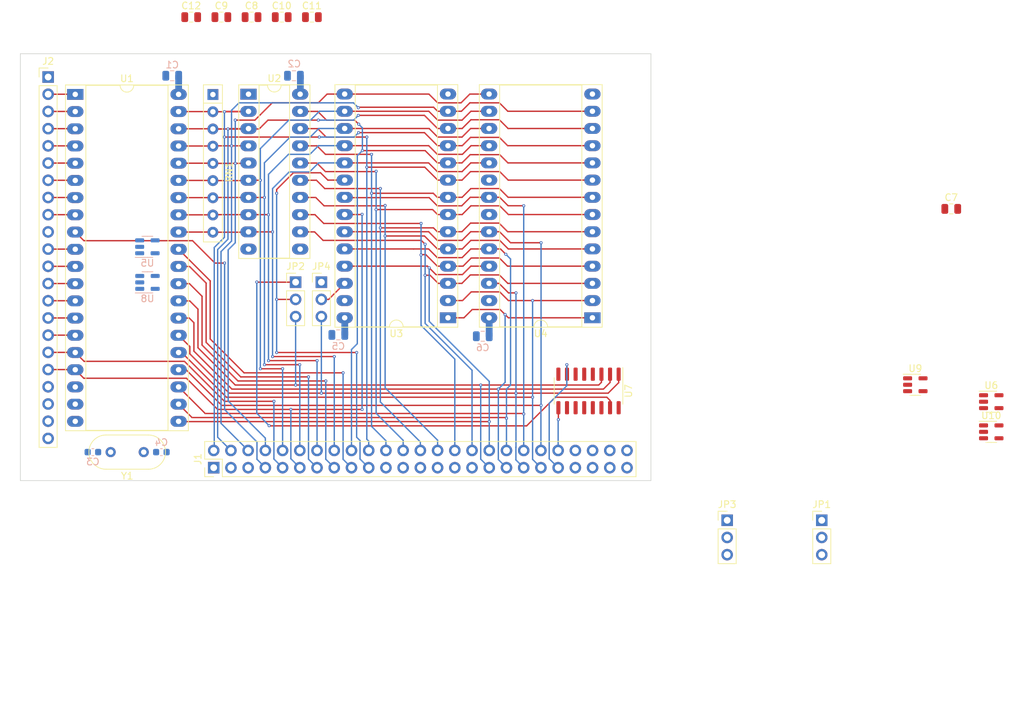
<source format=kicad_pcb>
(kicad_pcb (version 20221018) (generator pcbnew)
  (layers (0 "F.Cu" signal) (1 "In1.Cu" signal) (2 "In2.Cu" signal) (31 "B.Cu" signal) (34 "B.Paste" user) (35 "F.Paste" user) (36 "B.SilkS" user "B.Silkscreen") (37 "F.SilkS" user "F.Silkscreen") (38 "B.Mask" user) (39 "F.Mask" user) (44 "Edge.Cuts" user))
  (net 0 "")
  (net 1 "Net-(U1-XTAL1)")
  (net 2 "Net-(U1-XTAL2)")
  (net 3 "/P1.0")
  (net 4 "/P1.1")
  (net 5 "/P1.2{slash}PWM")
  (net 6 "/P1.3{slash}~{ALEDIS}")
  (net 7 "/P1.4{slash}~{PMGPULSE}")
  (net 8 "/P1.5{slash}~{PGMEN}")
  (net 9 "/P1.6{slash}~{DMA_ACK}")
  (net 10 "/P1.7{slash}~{LTP}")
  (net 11 "/RESET")
  (net 12 "/P3.0{slash}RXD")
  (net 13 "/P3.1{slash}TXD")
  (net 14 "/P3.2{slash}~{INT0}")
  (net 15 "/P3.3{slash}~{INT1}")
  (net 16 "/P3.4{slash}T0")
  (net 17 "/P3.5{slash}T1")
  (net 18 "/~{WR}")
  (net 19 "/~{RD}")
  (net 20 "/A8")
  (net 21 "/A9")
  (net 22 "/A10")
  (net 23 "/A11")
  (net 24 "/A12")
  (net 25 "/A13")
  (net 26 "/A14")
  (net 27 "/A15")
  (net 28 "/~{PSEN}")
  (net 29 "/ALE")
  (net 30 "/~{EA}")
  (net 31 "/A0")
  (net 32 "/A1")
  (net 33 "/A2")
  (net 34 "/A3")
  (net 35 "/A4")
  (net 36 "/A5")
  (net 37 "/A6")
  (net 38 "/A7")
  (net 39 "/~{LD}")
  (net 40 "/~{RAM}")
  (net 41 "/D0")
  (net 42 "/D1")
  (net 43 "/D2")
  (net 44 "/D3")
  (net 45 "/D4")
  (net 46 "/D5")
  (net 47 "/D6")
  (net 48 "/D7")
  (net 49 "GND")
  (net 50 "+5V")
  (net 51 "/A13{slash}RAM")
  (net 52 "/~{NVRAM}")
  (net 53 "/RD_ANY")
  (net 54 "/~{WR_NVRAM}")
  (net 55 "Net-(JP1-B)")
  (net 56 "/0000H")
  (net 57 "/CS_EX_ROM")
  (net 58 "/8000H")
  (net 59 "/E000H")
  (net 60 "/C000H")
  (net 61 "/A000H")
  (net 62 "/6000H")
  (net 63 "/4000H")
  (net 64 "/2000H")
  (net 79 "/CLK_EXT")
  (footprint "Capacitor_SMD:C_0805_2012Metric" (layer "F.Cu") (at 91.55 43.6)
    (fp_text reference "C10")
    (fp_text value "C0805_100nF_16V_X7R")
  )
  (footprint "Package_DIP:DIP-20_W7.62mm_Socket_LongPads" (layer "F.Cu") (at 86.65 54.975)
    (fp_text reference "U2")
    (fp_text value "74LS573")
  )
  (footprint "Capacitor_SMD:C_0805_2012Metric" (layer "F.Cu") (at 96 43.6)
    (fp_text reference "C11")
    (fp_text value "C0805_100nF_16V_X7R")
  )
  (footprint "Connector_PinHeader_2.54mm:PinHeader_1x03_P2.54mm_Vertical" (layer "F.Cu") (at 93.6 82.72)
    (fp_text reference "JP2")
    (fp_text value "Jumper_3_Open")
  )
  (footprint "Package_DIP:DIP-40_W15.24mm_Socket_LongPads" (layer "F.Cu") (at 61.1 55)
    (fp_text reference "U1")
    (fp_text value "AT89C52")
  )
  (footprint "Capacitor_SMD:C_0805_2012Metric" (layer "F.Cu") (at 190.3 71.9)
    (fp_text reference "C7")
    (fp_text value "C0805_100nF_16V_X7R")
  )
  (footprint "Connector_PinHeader_2.54mm:PinHeader_1x03_P2.54mm_Vertical" (layer "F.Cu") (at 97.4 82.72)
    (fp_text reference "JP4")
    (fp_text value "Jumper_3_Open")
  )
  (footprint "Package_TO_SOT_SMD:SOT-23-5" (layer "F.Cu") (at 196.2 100.36)
    (fp_text reference "U6")
    (fp_text value "74AHCT1G32")
  )
  (footprint "Package_DIP:DIP-28_W15.24mm_Socket_LongPads" (layer "F.Cu") (at 137.375 87.975 180)
    (fp_text reference "U4")
    (fp_text value "DS1230AB-100+")
  )
  (footprint "Package_TO_SOT_SMD:SOT-23-5" (layer "F.Cu") (at 196.2 104.81)
    (fp_text reference "U10")
    (fp_text value "74AHCT1G32")
  )
  (footprint "Capacitor_SMD:C_0805_2012Metric" (layer "F.Cu") (at 87.1 43.6)
    (fp_text reference "C8")
    (fp_text value "C0805_100nF_16V_X7R")
  )
  (footprint "Capacitor_SMD:C_0805_2012Metric" (layer "F.Cu") (at 78.2 43.6)
    (fp_text reference "C12")
    (fp_text value "C0805_100nF_16V_X7R")
  )
  (footprint "Package_SO:SOIC-16_3.9x9.9mm_P1.27mm" (layer "F.Cu") (at 136.8 98.775 -90)
    (fp_text reference "U7")
    (fp_text value "74LS138")
  )
  (footprint "Package_TO_SOT_SMD:SOT-23-5" (layer "F.Cu") (at 185 97.86)
    (fp_text reference "U9")
    (fp_text value "74AHCT1G00")
  )
  (footprint "Connector_PinHeader_2.54mm:PinHeader_1x22_P2.54mm_Vertical" (layer "F.Cu") (at 57.1 52.44)
    (fp_text reference "J2")
    (fp_text value "Conn_01x22_Pin")
  )
  (footprint "Capacitor_SMD:C_0805_2012Metric" (layer "F.Cu") (at 82.65 43.6)
    (fp_text reference "C9")
    (fp_text value "C0805_100nF_16V_X7R")
  )
  (footprint "Connector_PinHeader_2.54mm:PinHeader_2x25_P2.54mm_Vertical" (layer "F.Cu") (at 81.52 110.1 90)
    (fp_text reference "J1")
    (fp_text value "Conn_02x25_Odd_Even")
  )
  (footprint "Connector_PinHeader_2.54mm:PinHeader_1x03_P2.54mm_Vertical" (layer "F.Cu") (at 171.2 117.86)
    (fp_text reference "JP1")
    (fp_text value "Jumper_3_Open")
  )
  (footprint "Resistor_THT:R_Array_SIP9" (layer "F.Cu") (at 81.4 55.025 -90)
    (fp_text reference "RN1")
    (fp_text value "R_Network08")
  )
  (footprint "Package_DIP:DIP-28_W15.24mm_Socket_LongPads" (layer "F.Cu") (at 116.075 87.975 180)
    (fp_text reference "U3")
    (fp_text value "62256")
  )
  (footprint "Connector_PinHeader_2.54mm:PinHeader_1x03_P2.54mm_Vertical" (layer "F.Cu") (at 157.25 117.86)
    (fp_text reference "JP3")
    (fp_text value "Jumper_3_Open")
  )
  (footprint "Crystal:Crystal_HC49-U_Vertical" (layer "F.Cu") (at 71.2 107.8 180)
    (fp_text reference "Y1")
    (fp_text value "Crystal")
  )
  (footprint "Capacitor_SMD:C_0603_1608Metric" (layer "B.Cu") (at 63.7 107.8)
    (fp_text reference "C3")
    (fp_text value "C0603_22pF_50V_X7R")
  )
  (footprint "Capacitor_SMD:C_0805_2012Metric" (layer "B.Cu") (at 121.2 90.7)
    (fp_text reference "C6")
    (fp_text value "C0805_100nF_16V_X7R" hide)
  )
  (footprint "Package_TO_SOT_SMD:SOT-23-5" (layer "B.Cu") (at 71.75 82.75)
    (fp_text reference "U8")
    (fp_text value "74AHCT1G00")
  )
  (footprint "Package_TO_SOT_SMD:SOT-23-5" (layer "B.Cu") (at 71.7375 77.5)
    (fp_text reference "U5")
    (fp_text value "74AHCT1G00")
  )
  (footprint "Capacitor_SMD:C_0603_1608Metric" (layer "B.Cu") (at 73.8 107.8 180)
    (fp_text reference "C4")
    (fp_text value "C0603_22pF_50V_X7R")
  )
  (footprint "Capacitor_SMD:C_0805_2012Metric" (layer "B.Cu") (at 93.35 52.25)
    (fp_text reference "C2")
    (fp_text value "C0805_100nF_16V_X7R" hide)
  )
  (footprint "Capacitor_SMD:C_0805_2012Metric" (layer "B.Cu") (at 75.4 52.25)
    (fp_text reference "C1")
    (fp_text value "C0805_100nF_16V_X7R")
  )
  (footprint "Capacitor_SMD:C_0805_2012Metric" (layer "B.Cu") (at 99.9 90.5)
    (fp_text reference "C5")
    (fp_text value "C0805_100nF_16V_X7R" hide)
  )
  (gr_line (start 146 49) (end 146 112) (stroke (width 0.1)) (layer "Edge.Cuts"))
  (gr_line (start 53 112) (end 53 49) (stroke (width 0.1)) (layer "Edge.Cuts"))
  (gr_line (start 146 112) (end 53 112) (stroke (width 0.1)) (layer "Edge.Cuts"))
  (gr_line (start 53 49) (end 146 49) (stroke (width 0.1)) (layer "Edge.Cuts"))
  (segment (start 57.1 54.98) (end 61.08 54.98) (width 0.2) (layer "F.Cu") (net 3))
  (segment (start 61.08 54.98) (end 61.1 55) (width 0.2) (layer "F.Cu") (net 3))
  (segment (start 57.1 57.52) (end 61.08 57.52) (width 0.2) (layer "F.Cu") (net 4))
  (segment (start 61.08 57.52) (end 61.1 57.54) (width 0.2) (layer "F.Cu") (net 4))
  (segment (start 61.08 60.06) (end 61.1 60.08) (width 0.2) (layer "F.Cu") (net 5))
  (segment (start 57.1 60.06) (end 61.08 60.06) (width 0.2) (layer "F.Cu") (net 5))
  (segment (start 61.08 62.6) (end 61.1 62.62) (width 0.2) (layer "F.Cu") (net 6))
  (segment (start 57.1 62.6) (end 61.08 62.6) (width 0.2) (layer "F.Cu") (net 6))
  (segment (start 61.08 65.14) (end 61.1 65.16) (width 0.2) (layer "F.Cu") (net 7))
  (segment (start 57.1 65.14) (end 61.08 65.14) (width 0.2) (layer "F.Cu") (net 7))
  (segment (start 61.08 67.68) (end 61.1 67.7) (width 0.2) (layer "F.Cu") (net 8))
  (segment (start 57.1 67.68) (end 61.08 67.68) (width 0.2) (layer "F.Cu") (net 8))
  (segment (start 61.08 70.22) (end 61.1 70.24) (width 0.2) (layer "F.Cu") (net 9))
  (segment (start 57.1 70.22) (end 61.08 70.22) (width 0.2) (layer "F.Cu") (net 9))
  (segment (start 57.1 72.76) (end 61.08 72.76) (width 0.2) (layer "F.Cu") (net 10))
  (segment (start 61.08 72.76) (end 61.1 72.78) (width 0.2) (layer "F.Cu") (net 10))
  (segment (start 81.7 79.9) (end 78.4 76.6) (width 0.2) (layer "F.Cu") (net 11))
  (segment (start 83.125 79.9) (end 81.7 79.9) (width 0.2) (layer "F.Cu") (net 11))
  (segment (start 62.38 76.6) (end 61.1 75.32) (width 0.2) (layer "F.Cu") (net 11))
  (segment (start 78.4 76.6) (end 62.38 76.6) (width 0.2) (layer "F.Cu") (net 11))
  (via (at 83.125 79.9) (size 0.45) (drill 0.2) (layers "F.Cu" "B.Cu") (net 11))
  (segment (start 83.125 101.525) (end 87.9 106.3) (width 0.2) (layer "B.Cu") (net 11))
  (segment (start 87.9 108.86) (end 89.14 110.1) (width 0.2) (layer "B.Cu") (net 11))
  (segment (start 83.125 79.9) (end 83.125 101.525) (width 0.2) (layer "B.Cu") (net 11))
  (segment (start 87.9 106.3) (end 87.9 108.86) (width 0.2) (layer "B.Cu") (net 11))
  (segment (start 57.1 77.84) (end 61.08 77.84) (width 0.2) (layer "F.Cu") (net 12))
  (segment (start 61.08 77.84) (end 61.1 77.86) (width 0.2) (layer "F.Cu") (net 12))
  (segment (start 57.1 80.38) (end 61.08 80.38) (width 0.2) (layer "F.Cu") (net 13))
  (segment (start 61.08 80.38) (end 61.1 80.4) (width 0.2) (layer "F.Cu") (net 13))
  (segment (start 61.08 82.92) (end 61.1 82.94) (width 0.2) (layer "F.Cu") (net 14))
  (segment (start 57.1 82.92) (end 61.08 82.92) (width 0.2) (layer "F.Cu") (net 14))
  (segment (start 61.08 85.46) (end 61.1 85.48) (width 0.2) (layer "F.Cu") (net 15))
  (segment (start 57.1 85.46) (end 61.08 85.46) (width 0.2) (layer "F.Cu") (net 15))
  (segment (start 61.08 88) (end 61.1 88.02) (width 0.2) (layer "F.Cu") (net 16))
  (segment (start 57.1 88) (end 61.08 88) (width 0.2) (layer "F.Cu") (net 16))
  (segment (start 61.08 90.54) (end 61.1 90.56) (width 0.2) (layer "F.Cu") (net 17))
  (segment (start 57.1 90.54) (end 61.08 90.54) (width 0.2) (layer "F.Cu") (net 17))
  (segment (start 77.2 94.4) (end 62.4 94.4) (width 0.2) (layer "F.Cu") (net 18))
  (segment (start 83.1 100.3) (end 77.2 94.4) (width 0.2) (layer "F.Cu") (net 18))
  (segment (start 90.4 100.3) (end 83.1 100.3) (width 0.2) (layer "F.Cu") (net 18))
  (segment (start 57.1 93.08) (end 61.08 93.08) (width 0.2) (layer "F.Cu") (net 18))
  (segment (start 62.4 94.4) (end 61.1 93.1) (width 0.2) (layer "F.Cu") (net 18))
  (segment (start 61.08 93.08) (end 61.1 93.1) (width 0.2) (layer "F.Cu") (net 18))
  (via (at 90.4 100.3) (size 0.45) (drill 0.2) (layers "F.Cu" "B.Cu") (net 18))
  (segment (start 90.4 108.82) (end 91.68 110.1) (width 0.2) (layer "B.Cu") (net 18))
  (segment (start 90.4 100.3) (end 90.4 108.82) (width 0.2) (layer "B.Cu") (net 18))
  (segment (start 103.4 72.7) (end 103.365 72.735) (width 0.2) (layer "F.Cu") (net 19))
  (segment (start 57.1 95.62) (end 61.08 95.62) (width 0.2) (layer "F.Cu") (net 19))
  (segment (start 103.365 72.735) (end 100.835 72.735) (width 0.2) (layer "F.Cu") (net 19))
  (segment (start 92.9 101.5) (end 82.1 101.5) (width 0.2) (layer "F.Cu") (net 19))
  (segment (start 77.5 96.9) (end 62.36 96.9) (width 0.2) (layer "F.Cu") (net 19))
  (segment (start 62.36 96.9) (end 61.1 95.64) (width 0.2) (layer "F.Cu") (net 19))
  (segment (start 103.4 101.5) (end 92.9 101.5) (width 0.2) (layer "F.Cu") (net 19))
  (segment (start 82.1 101.5) (end 77.5 96.9) (width 0.2) (layer "F.Cu") (net 19))
  (segment (start 61.08 95.62) (end 61.1 95.64) (width 0.2) (layer "F.Cu") (net 19))
  (via (at 92.9 101.5) (size 0.45) (drill 0.2) (layers "F.Cu" "B.Cu") (net 19))
  (via (at 103.4 72.7) (size 0.45) (drill 0.2) (layers "F.Cu" "B.Cu") (net 19))
  (via (at 103.4 101.5) (size 0.45) (drill 0.2) (layers "F.Cu" "B.Cu") (net 19))
  (segment (start 92.9 101.5) (end 92.9 108.78) (width 0.2) (layer "B.Cu") (net 19))
  (segment (start 92.9 108.78) (end 94.22 110.1) (width 0.2) (layer "B.Cu") (net 19))
  (segment (start 103.4 101.5) (end 103.4 72.7) (width 0.2) (layer "B.Cu") (net 19))
  (segment (start 119.445 80.355) (end 122.135 80.355) (width 0.2) (layer "F.Cu") (net 20))
  (segment (start 105.955 80.355) (end 100.835 80.355) (width 0.2) (layer "F.Cu") (net 20))
  (segment (start 76.38 103.3) (end 76.34 103.26) (width 0.2) (layer "F.Cu") (net 20))
  (segment (start 118.2 81.6) (end 119.445 80.355) (width 0.2) (layer "F.Cu") (net 20))
  (segment (start 114.3 81.6) (end 118.2 81.6) (width 0.2) (layer "F.Cu") (net 20))
  (segment (start 113.3 80.6) (end 114.3 81.6) (width 0.2) (layer "F.Cu") (net 20))
  (segment (start 113.3 80.6) (end 113.05 80.35) (width 0.2) (layer "F.Cu") (net 20))
  (segment (start 113.05 80.35) (end 105.96 80.35) (width 0.2) (layer "F.Cu") (net 20))
  (segment (start 122.16 103.3) (end 76.38 103.3) (width 0.2) (layer "F.Cu") (net 20))
  (segment (start 105.96 80.35) (end 105.955 80.355) (width 0.2) (layer "F.Cu") (net 20))
  (via (at 122.16 103.3) (size 0.45) (drill 0.2) (layers "F.Cu" "B.Cu") (net 20))
  (via (at 113.3 80.6) (size 0.45) (drill 0.2) (layers "F.Cu" "B.Cu") (net 20))
  (segment (start 113.3 80.6) (end 113.3 88.5) (width 0.2) (layer "B.Cu") (net 20))
  (segment (start 122.16 97.36) (end 122.16 103.3) (width 0.2) (layer "B.Cu") (net 20))
  (segment (start 122.16 103.3) (end 122.16 107.56) (width 0.2) (layer "B.Cu") (net 20))
  (segment (start 113.3 88.5) (end 122.16 97.36) (width 0.2) (layer "B.Cu") (net 20))
  (segment (start 78.32 102.7) (end 76.34 100.72) (width 0.2) (layer "F.Cu") (net 21))
  (segment (start 124.6 78.6) (end 123.815 77.815) (width 0.2) (layer "F.Cu") (net 21))
  (segment (start 114.5 79.1) (end 118.15 79.1) (width 0.2) (layer "F.Cu") (net 21))
  (segment (start 119.435 77.815) (end 122.135 77.815) (width 0.2) (layer "F.Cu") (net 21))
  (segment (start 118.15 79.1) (end 119.435 77.815) (width 0.2) (layer "F.Cu") (net 21))
  (segment (start 111 77.815) (end 113.215 77.815) (width 0.2) (layer "F.Cu") (net 21))
  (segment (start 113.215 77.815) (end 114.5 79.1) (width 0.2) (layer "F.Cu") (net 21))
  (segment (start 124.7 102.8) (end 124.6 102.7) (width 0.2) (layer "F.Cu") (net 21))
  (segment (start 124.6 102.7) (end 78.32 102.7) (width 0.2) (layer "F.Cu") (net 21))
  (segment (start 100.835 77.815) (end 111 77.815) (width 0.2) (layer "F.Cu") (net 21))
  (segment (start 123.815 77.815) (end 122.135 77.815) (width 0.2) (layer "F.Cu") (net 21))
  (via (at 124.7 102.8) (size 0.45) (drill 0.2) (layers "F.Cu" "B.Cu") (net 21))
  (via (at 124.6 78.6) (size 0.45) (drill 0.2) (layers "F.Cu" "B.Cu") (net 21))
  (segment (start 124.6 78.6) (end 125.3 79.3) (width 0.2) (layer "B.Cu") (net 21))
  (segment (start 124.7 102.8) (end 124.7 107.56) (width 0.2) (layer "B.Cu") (net 21))
  (segment (start 124.7 98.5) (end 124.7 102.8) (width 0.2) (layer "B.Cu") (net 21))
  (segment (start 125.3 79.3) (end 125.3 97.9) (width 0.2) (layer "B.Cu") (net 21))
  (segment (start 125.3 97.9) (end 124.7 98.5) (width 0.2) (layer "B.Cu") (net 21))
  (segment (start 100.885 70.245) (end 113.295 70.245) (width 0.2) (layer "F.Cu") (net 22))
  (segment (start 127.24 102.16) (end 127.18 102.1) (width 0.2) (layer "F.Cu") (net 22))
  (segment (start 124.94 71.44) (end 123.695 70.195) (width 0.2) (layer "F.Cu") (net 22))
  (segment (start 127.24 71.44) (end 124.94 71.44) (width 0.2) (layer "F.Cu") (net 22))
  (segment (start 123.695 70.195) (end 122.135 70.195) (width 0.2) (layer "F.Cu") (net 22))
  (segment (start 100.835 70.195) (end 100.885 70.245) (width 0.2) (layer "F.Cu") (net 22))
  (segment (start 118.1 71.45) (end 119.355 70.195) (width 0.2) (layer "F.Cu") (net 22))
  (segment (start 113.295 70.245) (end 114.5 71.45) (width 0.2) (layer "F.Cu") (net 22))
  (segment (start 114.5 71.45) (end 118.1 71.45) (width 0.2) (layer "F.Cu") (net 22))
  (segment (start 119.355 70.195) (end 122.135 70.195) (width 0.2) (layer "F.Cu") (net 22))
  (segment (start 80.26 102.1) (end 76.34 98.18) (width 0.2) (layer "F.Cu") (net 22))
  (segment (start 127.18 102.1) (end 80.26 102.1) (width 0.2) (layer "F.Cu") (net 22))
  (via (at 127.24 102.16) (size 0.45) (drill 0.2) (layers "F.Cu" "B.Cu") (net 22))
  (via (at 127.24 71.44) (size 0.45) (drill 0.2) (layers "F.Cu" "B.Cu") (net 22))
  (segment (start 127.24 102.16) (end 127.24 107.56) (width 0.2) (layer "B.Cu") (net 22))
  (segment (start 127.24 71.44) (end 127.24 102.16) (width 0.2) (layer "B.Cu") (net 22))
  (segment (start 100.835 75.275) (end 113.225 75.275) (width 0.2) (layer "F.Cu") (net 23))
  (segment (start 125.3 76.9) (end 123.675 75.275) (width 0.2) (layer "F.Cu") (net 23))
  (segment (start 119.425 75.275) (end 122.135 75.275) (width 0.2) (layer "F.Cu") (net 23))
  (segment (start 118.15 76.55) (end 119.425 75.275) (width 0.2) (layer "F.Cu") (net 23))
  (segment (start 123.675 75.275) (end 122.135 75.275) (width 0.2) (layer "F.Cu") (net 23))
  (segment (start 77.44 95.64) (end 76.34 95.64) (width 0.2) (layer "F.Cu") (net 23))
  (segment (start 82.7 100.9) (end 77.44 95.64) (width 0.2) (layer "F.Cu") (net 23))
  (segment (start 114.5 76.55) (end 118.15 76.55) (width 0.2) (layer "F.Cu") (net 23))
  (segment (start 129.8 100.9) (end 82.7 100.9) (width 0.2) (layer "F.Cu") (net 23))
  (segment (start 113.225 75.275) (end 114.5 76.55) (width 0.2) (layer "F.Cu") (net 23))
  (segment (start 129.8 76.9) (end 125.3 76.9) (width 0.2) (layer "F.Cu") (net 23))
  (via (at 129.8 76.9) (size 0.45) (drill 0.2) (layers "F.Cu" "B.Cu") (net 23))
  (via (at 129.8 100.9) (size 0.45) (drill 0.2) (layers "F.Cu" "B.Cu") (net 23))
  (segment (start 129.8 76.9) (end 129.8 100.9) (width 0.2) (layer "B.Cu") (net 23))
  (segment (start 129.8 100.9) (end 129.78 100.92) (width 0.2) (layer "B.Cu") (net 23))
  (segment (start 129.78 100.92) (end 129.78 107.56) (width 0.2) (layer "B.Cu") (net 23))
  (segment (start 116.075 85.435) (end 118.215 85.435) (width 0.2) (layer "F.Cu") (net 24))
  (segment (start 118.215 85.435) (end 119.5 84.15) (width 0.2) (layer "F.Cu") (net 24))
  (segment (start 123.7 84.15) (end 124.985 85.435) (width 0.2) (layer "F.Cu") (net 24))
  (segment (start 119.5 84.15) (end 123.7 84.15) (width 0.2) (layer "F.Cu") (net 24))
  (segment (start 124.985 85.435) (end 137.375 85.435) (width 0.2) (layer "F.Cu") (net 24))
  (segment (start 128.55 99.7) (end 83.4 99.7) (width 0.2) (layer "F.Cu") (net 24))
  (segment (start 76.8 93.1) (end 76.34 93.1) (width 0.2) (layer "F.Cu") (net 24))
  (segment (start 83.4 99.7) (end 76.8 93.1) (width 0.2) (layer "F.Cu") (net 24))
  (via (at 128.55 99.7) (size 0.45) (drill 0.2) (layers "F.Cu" "B.Cu") (net 24))
  (via (at 128.55 85.435) (size 0.45) (drill 0.2) (layers "F.Cu" "B.Cu") (net 24))
  (segment (start 128.55 99.7) (end 128.55 108.87) (width 0.2) (layer "B.Cu") (net 24))
  (segment (start 128.55 108.87) (end 129.78 110.1) (width 0.2) (layer "B.Cu") (net 24))
  (segment (start 128.55 85.435) (end 128.55 99.7) (width 0.2) (layer "B.Cu") (net 24))
  (segment (start 126.1 99.1) (end 97.4 99.1) (width 0.2) (layer "F.Cu") (net 25))
  (segment (start 139.7 99.1) (end 141.245 97.555) (width 0.2) (layer "F.Cu") (net 25))
  (segment (start 141.245 97.555) (end 141.245 96.3) (width 0.2) (layer "F.Cu") (net 25))
  (segment (start 125 84.3) (end 123.595 82.895) (width 0.2) (layer "F.Cu") (net 25))
  (segment (start 126.1 84.3) (end 125 84.3) (width 0.2) (layer "F.Cu") (net 25))
  (segment (start 78 92.22) (end 76.34 90.56) (width 0.2) (layer "F.Cu") (net 25))
  (segment (start 78 93.3) (end 78 92.22) (width 0.2) (layer "F.Cu") (net 25))
  (segment (start 126.1 99.1) (end 139.7 99.1) (width 0.2) (layer "F.Cu") (net 25))
  (segment (start 97.4 99.1) (end 83.8 99.1) (width 0.2) (layer "F.Cu") (net 25))
  (segment (start 123.595 82.895) (end 122.135 82.895) (width 0.2) (layer "F.Cu") (net 25))
  (segment (start 83.8 99.1) (end 78 93.3) (width 0.2) (layer "F.Cu") (net 25))
  (via (at 126.1 84.3) (size 0.45) (drill 0.2) (layers "F.Cu" "B.Cu") (net 25))
  (via (at 97.4 99.1) (size 0.45) (drill 0.2) (layers "F.Cu" "B.Cu") (net 25))
  (via (at 126.1 99.1) (size 0.45) (drill 0.2) (layers "F.Cu" "B.Cu") (net 25))
  (segment (start 126.09 107.083654) (end 126.09 108.95) (width 0.2) (layer "B.Cu") (net 25))
  (segment (start 126.1 99.1) (end 126.1 107.073654) (width 0.2) (layer "B.Cu") (net 25))
  (segment (start 126.1 99.1) (end 126.1 84.3) (width 0.2) (layer "B.Cu") (net 25))
  (segment (start 126.09 108.95) (end 127.24 110.1) (width 0.2) (layer "B.Cu") (net 25))
  (segment (start 97.4 99.1) (end 97.4 87.8) (width 0.2) (layer "B.Cu") (net 25))
  (segment (start 126.1 107.073654) (end 126.09 107.083654) (width 0.2) (layer "B.Cu") (net 25))
  (segment (start 139.975 97.525) (end 139 98.5) (width 0.2) (layer "F.Cu") (net 26))
  (segment (start 123.5 98.5) (end 84.2 98.5) (width 0.2) (layer "F.Cu") (net 26))
  (segment (start 118.425 87.975) (end 119.65 86.75) (width 0.2) (layer "F.Cu") (net 26))
  (segment (start 124.975 87.975) (end 137.375 87.975) (width 0.2) (layer "F.Cu") (net 26))
  (segment (start 78.6 88.7) (end 77.92 88.02) (width 0.2) (layer "F.Cu") (net 26))
  (segment (start 139 98.5) (end 123.5 98.5) (width 0.2) (layer "F.Cu") (net 26))
  (segment (start 77.92 88.02) (end 76.34 88.02) (width 0.2) (layer "F.Cu") (net 26))
  (segment (start 78.6 92.9) (end 78.6 88.7) (width 0.2) (layer "F.Cu") (net 26))
  (segment (start 139.975 96.3) (end 139.975 97.525) (width 0.2) (layer "F.Cu") (net 26))
  (segment (start 123.75 86.75) (end 124.975 87.975) (width 0.2) (layer "F.Cu") (net 26))
  (segment (start 119.65 86.75) (end 123.75 86.75) (width 0.2) (layer "F.Cu") (net 26))
  (segment (start 116.075 87.975) (end 118.425 87.975) (width 0.2) (layer "F.Cu") (net 26))
  (segment (start 84.2 98.5) (end 78.6 92.9) (width 0.2) (layer "F.Cu") (net 26))
  (via (at 124.5 87.5) (size 0.45) (drill 0.2) (layers "F.Cu" "B.Cu") (net 26))
  (via (at 123.5 98.5) (size 0.45) (drill 0.2) (layers "F.Cu" "B.Cu") (net 26))
  (segment (start 124.5 97.5) (end 123.5 98.5) (width 0.2) (layer "B.Cu") (net 26))
  (segment (start 123.5 108.9) (end 124.7 110.1) (width 0.2) (layer "B.Cu") (net 26))
  (segment (start 124.5 87.5) (end 124.5 97.5) (width 0.2) (layer "B.Cu") (net 26))
  (segment (start 123.5 98.5) (end 123.5 108.9) (width 0.2) (layer "B.Cu") (net 26))
  (segment (start 138.3 97.9) (end 138.705 97.495) (width 0.2) (layer "F.Cu") (net 27))
  (segment (start 77.98 85.48) (end 76.34 85.48) (width 0.2) (layer "F.Cu") (net 27))
  (segment (start 138.705 97.495) (end 138.705 96.3) (width 0.2) (layer "F.Cu") (net 27))
  (segment (start 93.6 97.9) (end 84.7 97.9) (width 0.2) (layer "F.Cu") (net 27))
  (segment (start 120.9 97.9) (end 138.3 97.9) (width 0.2) (layer "F.Cu") (net 27))
  (segment (start 79.2 86.7) (end 77.98 85.48) (width 0.2) (layer "F.Cu") (net 27))
  (segment (start 84.7 97.9) (end 79.2 92.4) (width 0.2) (layer "F.Cu") (net 27))
  (segment (start 79.2 92.4) (end 79.2 86.7) (width 0.2) (layer "F.Cu") (net 27))
  (segment (start 120.9 97.9) (end 93.6 97.9) (width 0.2) (layer "F.Cu") (net 27))
  (via (at 93.6 97.9) (size 0.45) (drill 0.2) (layers "F.Cu" "B.Cu") (net 27))
  (via (at 120.9 97.9) (size 0.45) (drill 0.2) (layers "F.Cu" "B.Cu") (net 27))
  (segment (start 93.6 87.8) (end 93.6 97.9) (width 0.2) (layer "B.Cu") (net 27))
  (segment (start 120.9 108.84) (end 122.16 110.1) (width 0.2) (layer "B.Cu") (net 27))
  (segment (start 120.9 97.9) (end 120.9 108.84) (width 0.2) (layer "B.Cu") (net 27))
  (segment (start 79.8 92) (end 79.8 84.8) (width 0.2) (layer "F.Cu") (net 28))
  (segment (start 85.1 97.3) (end 79.8 92) (width 0.2) (layer "F.Cu") (net 28))
  (segment (start 79.8 84.8) (end 77.94 82.94) (width 0.2) (layer "F.Cu") (net 28))
  (segment (start 98.05 97.3) (end 85.1 97.3) (width 0.2) (layer "F.Cu") (net 28))
  (segment (start 77.94 82.94) (end 76.34 82.94) (width 0.2) (layer "F.Cu") (net 28))
  (via (at 98.05 97.3) (size 0.45) (drill 0.2) (layers "F.Cu" "B.Cu") (net 28))
  (segment (start 98.05 97.3) (end 98.05 108.85) (width 0.2) (layer "B.Cu") (net 28))
  (segment (start 98.05 108.85) (end 99.3 110.1) (width 0.2) (layer "B.Cu") (net 28))
  (segment (start 80.4 91.6) (end 80.4 82.85) (width 0.2) (layer "F.Cu") (net 29))
  (segment (start 85.5 96.7) (end 80.4 91.6) (width 0.2) (layer "F.Cu") (net 29))
  (segment (start 80.4 82.85) (end 77.95 80.4) (width 0.2) (layer "F.Cu") (net 29))
  (segment (start 95.5 96.7) (end 85.5 96.7) (width 0.2) (layer "F.Cu") (net 29))
  (segment (start 77.95 80.4) (end 76.34 80.4) (width 0.2) (layer "F.Cu") (net 29))
  (via (at 95.5 96.7) (size 0.45) (drill 0.2) (layers "F.Cu" "B.Cu") (net 29))
  (segment (start 95.5 96.7) (end 95.5 108.84) (width 0.2) (layer "B.Cu") (net 29))
  (segment (start 95.5 108.84) (end 96.76 110.1) (width 0.2) (layer "B.Cu") (net 29))
  (segment (start 81 91.1) (end 81 82.52) (width 0.2) (layer "F.Cu") (net 30))
  (segment (start 86 96.1) (end 81 91.1) (width 0.2) (layer "F.Cu") (net 30))
  (segment (start 100.6 96.1) (end 86 96.1) (width 0.2) (layer "F.Cu") (net 30))
  (segment (start 81 82.52) (end 76.34 77.86) (width 0.2) (layer "F.Cu") (net 30))
  (via (at 100.6 96.1) (size 0.45) (drill 0.2) (layers "F.Cu" "B.Cu") (net 30))
  (segment (start 100.6 108.86) (end 101.84 110.1) (width 0.2) (layer "B.Cu") (net 30))
  (segment (start 100.6 96.1) (end 100.6 108.86) (width 0.2) (layer "B.Cu") (net 30))
  (segment (start 116.075 65.115) (end 118.135 65.115) (width 0.2) (layer "F.Cu") (net 31))
  (segment (start 103.45 63.3) (end 112.7 63.3) (width 0.2) (layer "F.Cu") (net 31))
  (segment (start 102.9 59.4) (end 102.3 58.8) (width 0.2) (layer "F.Cu") (net 31))
  (segment (start 96.865 57.515) (end 94.27 57.515) (width 0.2) (layer "F.Cu") (net 31))
  (segment (start 123.7 63.9) (end 124.915 65.115) (width 0.2) (layer "F.Cu") (net 31))
  (segment (start 114.515 65.115) (end 116.075 65.115) (width 0.2) (layer "F.Cu") (net 31))
  (segment (start 98.15 58.8) (end 96.865 57.515) (width 0.2) (layer "F.Cu") (net 31))
  (segment (start 102.3 58.8) (end 98.15 58.8) (width 0.2) (layer "F.Cu") (net 31))
  (segment (start 118.135 65.115) (end 119.35 63.9) (width 0.2) (layer "F.Cu") (net 31))
  (segment (start 112.7 63.3) (end 114.515 65.115) (width 0.2) (layer "F.Cu") (net 31))
  (segment (start 119.35 63.9) (end 123.7 63.9) (width 0.2) (layer "F.Cu") (net 31))
  (segment (start 124.915 65.115) (end 137.375 65.115) (width 0.2) (layer "F.Cu") (net 31))
  (via (at 103.45 63.3) (size 0.45) (drill 0.2) (layers "F.Cu" "B.Cu") (net 31))
  (via (at 102.9 59.4) (size 0.45) (drill 0.2) (layers "F.Cu" "B.Cu") (net 31))
  (segment (start 101.84 92.66) (end 102.7 91.8) (width 0.2) (layer "B.Cu") (net 31))
  (segment (start 102.9 59.4) (end 103.45 59.95) (width 0.2) (layer "B.Cu") (net 31))
  (segment (start 102.7 91.8) (end 102.7 64.05) (width 0.2) (layer "B.Cu") (net 31))
  (segment (start 102.7 64.05) (end 103.45 63.3) (width 0.2) (layer "B.Cu") (net 31))
  (segment (start 101.84 107.56) (end 101.84 92.66) (width 0.2) (layer "B.Cu") (net 31))
  (segment (start 103.45 59.95) (end 103.45 63.3) (width 0.2) (layer "B.Cu") (net 31))
  (segment (start 119.4 66.4) (end 123.7 66.4) (width 0.2) (layer "F.Cu") (net 32))
  (segment (start 104.1 61.3) (end 98.1 61.3) (width 0.2) (layer "F.Cu") (net 32))
  (segment (start 116.075 67.655) (end 118.145 67.655) (width 0.2) (layer "F.Cu") (net 32))
  (segment (start 112.65 65.75) (end 114.555 67.655) (width 0.2) (layer "F.Cu") (net 32))
  (segment (start 104.1 65.75) (end 112.65 65.75) (width 0.2) (layer "F.Cu") (net 32))
  (segment (start 118.145 67.655) (end 119.4 66.4) (width 0.2) (layer "F.Cu") (net 32))
  (segment (start 123.7 66.4) (end 124.955 67.655) (width 0.2) (layer "F.Cu") (net 32))
  (segment (start 124.955 67.655) (end 137.375 67.655) (width 0.2) (layer "F.Cu") (net 32))
  (segment (start 98.1 61.3) (end 96.855 60.055) (width 0.2) (layer "F.Cu") (net 32))
  (segment (start 114.555 67.655) (end 116.075 67.655) (width 0.2) (layer "F.Cu") (net 32))
  (segment (start 96.855 60.055) (end 94.27 60.055) (width 0.2) (layer "F.Cu") (net 32))
  (via (at 104.1 65.75) (size 0.45) (drill 0.2) (layers "F.Cu" "B.Cu") (net 32))
  (via (at 104.1 61.3) (size 0.45) (drill 0.2) (layers "F.Cu" "B.Cu") (net 32))
  (segment (start 104.1 65.75) (end 104.1 105.9) (width 0.2) (layer "B.Cu") (net 32))
  (segment (start 104.1 61.3) (end 104.1 65.75) (width 0.2) (layer "B.Cu") (net 32))
  (segment (start 104.38 106.18) (end 104.38 107.56) (width 0.2) (layer "B.Cu") (net 32))
  (segment (start 104.1 105.9) (end 104.38 106.18) (width 0.2) (layer "B.Cu") (net 32))
  (segment (start 113.9 69.6) (end 114.495 70.195) (width 0.2) (layer "F.Cu") (net 33))
  (segment (start 96.745 62.595) (end 94.27 62.595) (width 0.2) (layer "F.Cu") (net 33))
  (segment (start 119.45 68.9) (end 123.65 68.9) (width 0.2) (layer "F.Cu") (net 33))
  (segment (start 114.495 70.195) (end 116.075 70.195) (width 0.2) (layer "F.Cu") (net 33))
  (segment (start 104.8 63.85) (end 98 63.85) (width 0.2) (layer "F.Cu") (net 33))
  (segment (start 118.155 70.195) (end 119.45 68.9) (width 0.2) (layer "F.Cu") (net 33))
  (segment (start 98 63.85) (end 96.745 62.595) (width 0.2) (layer "F.Cu") (net 33))
  (segment (start 123.65 68.9) (end 124.945 70.195) (width 0.2) (layer "F.Cu") (net 33))
  (segment (start 104.8 69.6) (end 113.9 69.6) (width 0.2) (layer "F.Cu") (net 33))
  (segment (start 116.075 70.195) (end 118.155 70.195) (width 0.2) (layer "F.Cu") (net 33))
  (segment (start 124.945 70.195) (end 137.375 70.195) (width 0.2) (layer "F.Cu") (net 33))
  (via (at 104.8 63.85) (size 0.45) (drill 0.2) (layers "F.Cu" "B.Cu") (net 33))
  (via (at 104.8 69.6) (size 0.45) (drill 0.2) (layers "F.Cu" "B.Cu") (net 33))
  (segment (start 104.8 104) (end 104.8 69.6) (width 0.2) (layer "B.Cu") (net 33))
  (segment (start 106.92 106.12) (end 104.8 104) (width 0.2) (layer "B.Cu") (net 33))
  (segment (start 106.92 107.56) (end 106.92 106.12) (width 0.2) (layer "B.Cu") (net 33))
  (segment (start 104.8 69.6) (end 104.8 63.85) (width 0.2) (layer "B.Cu") (net 33))
  (segment (start 118.165 72.735) (end 119.45 71.45) (width 0.2) (layer "F.Cu") (net 34))
  (segment (start 124.985 72.735) (end 137.375 72.735) (width 0.2) (layer "F.Cu") (net 34))
  (segment (start 116.075 72.735) (end 118.165 72.735) (width 0.2) (layer "F.Cu") (net 34))
  (segment (start 105.4745 72) (end 113.8 72) (width 0.2) (layer "F.Cu") (net 34))
  (segment (start 94.27 65.135) (end 96.735 65.135) (width 0.2) (layer "F.Cu") (net 34))
  (segment (start 113.8 72) (end 114.535 72.735) (width 0.2) (layer "F.Cu") (net 34))
  (segment (start 119.45 71.45) (end 123.7 71.45) (width 0.2) (layer "F.Cu") (net 34))
  (segment (start 98 66.4) (end 105.4245 66.4) (width 0.2) (layer "F.Cu") (net 34))
  (segment (start 105.4245 66.4) (end 105.4745 66.35) (width 0.2) (layer "F.Cu") (net 34))
  (segment (start 123.7 71.45) (end 124.985 72.735) (width 0.2) (layer "F.Cu") (net 34))
  (segment (start 96.735 65.135) (end 98 66.4) (width 0.2) (layer "F.Cu") (net 34))
  (segment (start 114.535 72.735) (end 116.075 72.735) (width 0.2) (layer "F.Cu") (net 34))
  (via (at 105.4745 66.35) (size 0.45) (drill 0.2) (layers "F.Cu" "B.Cu") (net 34))
  (via (at 105.4745 72) (size 0.45) (drill 0.2) (layers "F.Cu" "B.Cu") (net 34))
  (segment (start 105.4745 102.0745) (end 109.46 106.06) (width 0.2) (layer "B.Cu") (net 34))
  (segment (start 109.46 106.06) (end 109.46 107.56) (width 0.2) (layer "B.Cu") (net 34))
  (segment (start 105.4745 72) (end 105.4745 66.35) (width 0.2) (layer "B.Cu") (net 34))
  (segment (start 105.4745 72) (end 105.4745 102.0745) (width 0.2) (layer "B.Cu") (net 34))
  (segment (start 114.5 75.275) (end 113.925 74.7) (width 0.2) (layer "F.Cu") (net 35))
  (segment (start 119.4 74) (end 123.6 74) (width 0.2) (layer "F.Cu") (net 35))
  (segment (start 113.925 74.7) (end 106.1 74.7) (width 0.2) (layer "F.Cu") (net 35))
  (segment (start 94.27 67.675) (end 96.675 67.675) (width 0.2) (layer "F.Cu") (net 35))
  (segment (start 118.125 75.275) (end 119.4 74) (width 0.2) (layer "F.Cu") (net 35))
  (segment (start 116.075 75.275) (end 114.5 75.275) (width 0.2) (layer "F.Cu") (net 35))
  (segment (start 123.6 74) (end 124.875 75.275) (width 0.2) (layer "F.Cu") (net 35))
  (segment (start 97.9 68.9) (end 106.1 68.9) (width 0.2) (layer "F.Cu") (net 35))
  (segment (start 116.075 75.275) (end 118.125 75.275) (width 0.2) (layer "F.Cu") (net 35))
  (segment (start 96.675 67.675) (end 97.9 68.9) (width 0.2) (layer "F.Cu") (net 35))
  (segment (start 124.875 75.275) (end 137.375 75.275) (width 0.2) (layer "F.Cu") (net 35))
  (via (at 106.1 68.9) (size 0.45) (drill 0.2) (layers "F.Cu" "B.Cu") (net 35))
  (via (at 106.1 74.7) (size 0.45) (drill 0.2) (layers "F.Cu" "B.Cu") (net 35))
  (segment (start 106.1 100.4) (end 112 106.3) (width 0.2) (layer "B.Cu") (net 35))
  (segment (start 112 106.3) (end 112 107.56) (width 0.2) (layer "B.Cu") (net 35))
  (segment (start 106.1 68.9) (end 106.1 74.7) (width 0.2) (layer "B.Cu") (net 35))
  (segment (start 106.1 74.7) (end 106.1 100.4) (width 0.2) (layer "B.Cu") (net 35))
  (segment (start 123.7 76.55) (end 124.965 77.815) (width 0.2) (layer "F.Cu") (net 36))
  (segment (start 97.8 71.45) (end 96.565 70.215) (width 0.2) (layer "F.Cu") (net 36))
  (segment (start 112.6 75.9) (end 114.515 77.815) (width 0.2) (layer "F.Cu") (net 36))
  (segment (start 106.75 71.45) (end 97.8 71.45) (width 0.2) (layer "F.Cu") (net 36))
  (segment (start 114.515 77.815) (end 116.075 77.815) (width 0.2) (layer "F.Cu") (net 36))
  (segment (start 106.8 71.4) (end 106.75 71.45) (width 0.2) (layer "F.Cu") (net 36))
  (segment (start 116.075 77.815) (end 118.185 77.815) (width 0.2) (layer "F.Cu") (net 36))
  (segment (start 118.185 77.815) (end 119.45 76.55) (width 0.2) (layer "F.Cu") (net 36))
  (segment (start 106.8 75.9) (end 112.6 75.9) (width 0.2) (layer "F.Cu") (net 36))
  (segment (start 119.45 76.55) (end 123.7 76.55) (width 0.2) (layer "F.Cu") (net 36))
  (segment (start 124.965 77.815) (end 137.375 77.815) (width 0.2) (layer "F.Cu") (net 36))
  (segment (start 96.565 70.215) (end 94.27 70.215) (width 0.2) (layer "F.Cu") (net 36))
  (via (at 106.8 75.9) (size 0.45) (drill 0.2) (layers "F.Cu" "B.Cu") (net 36))
  (via (at 106.8 71.4) (size 0.45) (drill 0.2) (layers "F.Cu" "B.Cu") (net 36))
  (segment (start 106.8 71.4) (end 106.8 75.9) (width 0.2) (layer "B.Cu") (net 36))
  (segment (start 114.54 106.04) (end 114.54 107.56) (width 0.2) (layer "B.Cu") (net 36))
  (segment (start 106.8 98.3) (end 114.54 106.04) (width 0.2) (layer "B.Cu") (net 36))
  (segment (start 106.8 75.9) (end 106.8 98.3) (width 0.2) (layer "B.Cu") (net 36))
  (segment (start 116.075 80.355) (end 118.295 80.355) (width 0.2) (layer "F.Cu") (net 37))
  (segment (start 112.15 78.65) (end 112.8 78.65) (width 0.2) (layer "F.Cu") (net 37))
  (segment (start 112.1 78.7) (end 112.15 78.65) (width 0.2) (layer "F.Cu") (net 37))
  (segment (start 118.295 80.355) (end 119.5 79.15) (width 0.2) (layer "F.Cu") (net 37))
  (segment (start 119.5 79.15) (end 123.65 79.15) (width 0.2) (layer "F.Cu") (net 37))
  (segment (start 123.65 79.15) (end 124.855 80.355) (width 0.2) (layer "F.Cu") (net 37))
  (segment (start 96.455 72.755) (end 94.27 72.755) (width 0.2) (layer "F.Cu") (net 37))
  (segment (start 97.75 74.05) (end 96.455 72.755) (width 0.2) (layer "F.Cu") (net 37))
  (segment (start 124.855 80.355) (end 137.375 80.355) (width 0.2) (layer "F.Cu") (net 37))
  (segment (start 112.1 74.05) (end 97.75 74.05) (width 0.2) (layer "F.Cu") (net 37))
  (segment (start 112.8 78.65) (end 114.505 80.355) (width 0.2) (layer "F.Cu") (net 37))
  (segment (start 114.505 80.355) (end 116.075 80.355) (width 0.2) (layer "F.Cu") (net 37))
  (via (at 112.1 74.05) (size 0.45) (drill 0.2) (layers "F.Cu" "B.Cu") (net 37))
  (via (at 112.1 78.7) (size 0.45) (drill 0.2) (layers "F.Cu" "B.Cu") (net 37))
  (segment (start 112.1 78.7) (end 112.1 74.05) (width 0.2) (layer "B.Cu") (net 37))
  (segment (start 112.1 78.7) (end 112.1 89.1) (width 0.2) (layer "B.Cu") (net 37))
  (segment (start 117.08 94.08) (end 117.08 107.56) (width 0.2) (layer "B.Cu") (net 37))
  (segment (start 112.1 89.1) (end 117.08 94.08) (width 0.2) (layer "B.Cu") (net 37))
  (segment (start 124.895 82.895) (end 137.375 82.895) (width 0.2) (layer "F.Cu") (net 38))
  (segment (start 96.395 75.295) (end 94.27 75.295) (width 0.2) (layer "F.Cu") (net 38))
  (segment (start 112.129122 76.55) (end 97.65 76.55) (width 0.2) (layer "F.Cu") (net 38))
  (segment (start 112.7 77.120878) (end 112.129122 76.55) (width 0.2) (layer "F.Cu") (net 38))
  (segment (start 116.075 82.895) (end 118.13 82.895) (width 0.2) (layer "F.Cu") (net 38))
  (segment (start 113.4375 81.7) (end 114.6325 82.895) (width 0.2) (layer "F.Cu") (net 38))
  (segment (start 123.65 81.65) (end 124.895 82.895) (width 0.2) (layer "F.Cu") (net 38))
  (segment (start 97.65 76.55) (end 96.395 75.295) (width 0.2) (layer "F.Cu") (net 38))
  (segment (start 118.13 82.895) (end 119.375 81.65) (width 0.2) (layer "F.Cu") (net 38))
  (segment (start 119.375 81.65) (end 123.65 81.65) (width 0.2) (layer "F.Cu") (net 38))
  (segment (start 114.6325 82.895) (end 116.075 82.895) (width 0.2) (layer "F.Cu") (net 38))
  (segment (start 112.7 81.7) (end 113.4375 81.7) (width 0.2) (layer "F.Cu") (net 38))
  (via (at 112.7 81.7) (size 0.45) (drill 0.2) (layers "F.Cu" "B.Cu") (net 38))
  (via (at 112.7 77.120878) (size 0.45) (drill 0.2) (layers "F.Cu" "B.Cu") (net 38))
  (segment (start 119.62 95.72) (end 119.62 107.56) (width 0.2) (layer "B.Cu") (net 38))
  (segment (start 112.7 88.8) (end 119.62 95.72) (width 0.2) (layer "B.Cu") (net 38))
  (segment (start 112.7 77.120878) (end 112.7 81.7) (width 0.2) (layer "B.Cu") (net 38))
  (segment (start 112.7 81.7) (end 112.7 88.8) (width 0.2) (layer "B.Cu") (net 38))
  (segment (start 90.8 85.26) (end 93.6 85.26) (width 0.2) (layer "F.Cu") (net 40))
  (segment (start 90.8 69.6) (end 90.8 69.041756) (width 0.2) (layer "F.Cu") (net 40))
  (segment (start 97.275 66.575) (end 98.355 67.655) (width 0.2) (layer "F.Cu") (net 40))
  (segment (start 102.6 93.1) (end 90.8 93.1) (width 0.2) (layer "F.Cu") (net 40))
  (segment (start 98.355 67.655) (end 100.835 67.655) (width 0.2) (layer "F.Cu") (net 40))
  (segment (start 90.8 69.041756) (end 93.266756 66.575) (width 0.2) (layer "F.Cu") (net 40))
  (segment (start 93.266756 66.575) (end 97.275 66.575) (width 0.2) (layer "F.Cu") (net 40))
  (via (at 90.8 69.6) (size 0.45) (drill 0.2) (layers "F.Cu" "B.Cu") (net 40))
  (via (at 90.8 85.26) (size 0.45) (drill 0.2) (layers "F.Cu" "B.Cu") (net 40))
  (via (at 102.6 93.1) (size 0.45) (drill 0.2) (layers "F.Cu" "B.Cu") (net 40))
  (via (at 90.8 93.1) (size 0.45) (drill 0.2) (layers "F.Cu" "B.Cu") (net 40))
  (segment (start 104.38 110.1) (end 103.1 108.82) (width 0.2) (layer "B.Cu") (net 40))
  (segment (start 90.8 85.26) (end 90.8 69.6) (width 0.2) (layer "B.Cu") (net 40))
  (segment (start 103.1 106.1) (end 102.6 105.6) (width 0.2) (layer "B.Cu") (net 40))
  (segment (start 102.6 105.6) (end 102.6 93.1) (width 0.2) (layer "B.Cu") (net 40))
  (segment (start 90.8 85.26) (end 90.8 93.1) (width 0.2) (layer "B.Cu") (net 40))
  (segment (start 103.1 108.82) (end 103.1 106.1) (width 0.2) (layer "B.Cu") (net 40))
  (segment (start 114.525 62.575) (end 116.075 62.575) (width 0.2) (layer "F.Cu") (net 41))
  (segment (start 112.6 60.65) (end 114.525 62.575) (width 0.2) (layer "F.Cu") (net 41))
  (segment (start 123.65 61.35) (end 124.875 62.575) (width 0.2) (layer "F.Cu") (net 41))
  (segment (start 81.375 57.54) (end 81.4 57.565) (width 0.2) (layer "F.Cu") (net 41))
  (segment (start 102.8755 60.65) (end 112.6 60.65) (width 0.2) (layer "F.Cu") (net 41))
  (segment (start 118.175 62.575) (end 119.4 61.35) (width 0.2) (layer "F.Cu") (net 41))
  (segment (start 81.4 57.565) (end 86.6 57.565) (width 0.2) (layer "F.Cu") (net 41))
  (segment (start 116.075 62.575) (end 118.175 62.575) (width 0.2) (layer "F.Cu") (net 41))
  (segment (start 76.34 57.54) (end 81.375 57.54) (width 0.2) (layer "F.Cu") (net 41))
  (segment (start 86.6 57.565) (end 86.65 57.515) (width 0.2) (layer "F.Cu") (net 41))
  (segment (start 124.875 62.575) (end 137.375 62.575) (width 0.2) (layer "F.Cu") (net 41))
  (segment (start 83.1 57.565) (end 83.15 57.515) (width 0.2) (layer "F.Cu") (net 41))
  (segment (start 83.15 57.515) (end 86.65 57.515) (width 0.2) (layer "F.Cu") (net 41))
  (segment (start 119.4 61.35) (end 123.65 61.35) (width 0.2) (layer "F.Cu") (net 41))
  (segment (start 83.1 61.3) (end 97.1 61.3) (width 0.2) (layer "F.Cu") (net 41))
  (via (at 83.1 61.3) (size 0.45) (drill 0.2) (layers "F.Cu" "B.Cu") (net 41))
  (via (at 97.1 61.3) (size 0.45) (drill 0.2) (layers "F.Cu" "B.Cu") (net 41))
  (via (at 102.8755 60.65) (size 0.45) (drill 0.2) (layers "F.Cu" "B.Cu") (net 41))
  (via (at 83.1 57.565) (size 0.45) (drill 0.2) (layers "F.Cu" "B.Cu") (net 41))
  (segment (start 81.6 77.6) (end 83.1 76.1) (width 0.2) (layer "B.Cu") (net 41))
  (segment (start 83.1 76.1) (end 83.1 61.3) (width 0.2) (layer "B.Cu") (net 41))
  (segment (start 102.2255 61.3) (end 97.1 61.3) (width 0.2) (layer "B.Cu") (net 41))
  (segment (start 81.52 107.56) (end 81.6 107.48) (width 0.2) (layer "B.Cu") (net 41))
  (segment (start 81.6 107.48) (end 81.6 77.6) (width 0.2) (layer "B.Cu") (net 41))
  (segment (start 83.1 61.3) (end 83.1 57.565) (width 0.2) (layer "B.Cu") (net 41))
  (segment (start 102.8755 60.65) (end 102.2255 61.3) (width 0.2) (layer "B.Cu") (net 41))
  (segment (start 86.6 60.105) (end 86.65 60.055) (width 0.2) (layer "F.Cu") (net 42))
  (segment (start 89.525 58.8) (end 96.95 58.8) (width 0.2) (layer "F.Cu") (net 42))
  (segment (start 112.6 58.1) (end 114.535 60.035) (width 0.2) (layer "F.Cu") (net 42))
  (segment (start 83.6745 60.055) (end 86.65 60.055) (width 0.2) (layer "F.Cu") (net 42))
  (segment (start 76.34 60.08) (end 81.375 60.08) (width 0.2) (layer "F.Cu") (net 42))
  (segment (start 88.22 60.105) (end 89.525 58.8) (width 0.2) (layer "F.Cu") (net 42))
  (segment (start 124.935 60.035) (end 137.375 60.035) (width 0.2) (layer "F.Cu") (net 42))
  (segment (start 81.375 60.08) (end 81.4 60.105) (width 0.2) (layer "F.Cu") (net 42))
  (segment (start 114.535 60.035) (end 116.075 60.035) (width 0.2) (layer "F.Cu") (net 42))
  (segment (start 81.4 60.105) (end 86.6 60.105) (width 0.2) (layer "F.Cu") (net 42))
  (segment (start 83.6245 60.105) (end 88.22 60.105) (width 0.2) (layer "F.Cu") (net 42))
  (segment (start 102.85 58.1) (end 112.6 58.1) (width 0.2) (layer "F.Cu") (net 42))
  (segment (start 118.165 60.035) (end 119.45 58.75) (width 0.2) (layer "F.Cu") (net 42))
  (segment (start 83.6245 60.105) (end 83.6745 60.055) (width 0.2) (layer "F.Cu") (net 42))
  (segment (start 123.65 58.75) (end 124.935 60.035) (width 0.2) (layer "F.Cu") (net 42))
  (segment (start 81.4 60.105) (end 83.045 60.105) (width 0.2) (layer "F.Cu") (net 42))
  (segment (start 116.075 60.035) (end 118.165 60.035) (width 0.2) (layer "F.Cu") (net 42))
  (segment (start 119.45 58.75) (end 123.65 58.75) (width 0.2) (layer "F.Cu") (net 42))
  (via (at 102.85 58.1) (size 0.45) (drill 0.2) (layers "F.Cu" "B.Cu") (net 42))
  (via (at 96.95 58.8) (size 0.45) (drill 0.2) (layers "F.Cu" "B.Cu") (net 42))
  (via (at 83.6245 60.105) (size 0.45) (drill 0.2) (layers "F.Cu" "B.Cu") (net 42))
  (segment (start 82.1 105.6) (end 84.06 107.56) (width 0.2) (layer "B.Cu") (net 42))
  (segment (start 82.1 77.9) (end 82.1 105.6) (width 0.2) (layer "B.Cu") (net 42))
  (segment (start 102.85 58.1) (end 102.15 58.8) (width 0.2) (layer "B.Cu") (net 42))
  (segment (start 102.15 58.8) (end 96.95 58.8) (width 0.2) (layer "B.Cu") (net 42))
  (segment (start 83.6245 76.3755) (end 82.1 77.9) (width 0.2) (layer "B.Cu") (net 42))
  (segment (start 83.6245 60.105) (end 83.6245 76.3755) (width 0.2) (layer "B.Cu") (net 42))
  (segment (start 102.9205 56.9) (end 113.95 56.9) (width 0.2) (layer "F.Cu") (net 43))
  (segment (start 84.149 62.595) (end 81.45 62.595) (width 0.2) (layer "F.Cu") (net 43))
  (segment (start 118.055 57.495) (end 119.3 56.25) (width 0.2) (layer "F.Cu") (net 43))
  (segment (start 119.3 56.25) (end 123.65 56.25) (width 0.2) (layer "F.Cu") (net 43))
  (segment (start 76.34 62.62) (end 81.375 62.62) (width 0.2) (layer "F.Cu") (net 43))
  (segment (start 86.65 62.595) (end 84.149 62.595) (width 0.2) (layer "F.Cu") (net 43))
  (segment (start 114.545 57.495) (end 116.075 57.495) (width 0.2) (layer "F.Cu") (net 43))
  (segment (start 81.45 62.595) (end 81.4 62.645) (width 0.2) (layer "F.Cu") (net 43))
  (segment (start 102.85 56.9705) (end 102.9205 56.9) (width 0.2) (layer "F.Cu") (net 43))
  (segment (start 116.075 57.495) (end 118.055 57.495) (width 0.2) (layer "F.Cu") (net 43))
  (segment (start 124.895 57.495) (end 137.375 57.495) (width 0.2) (layer "F.Cu") (net 43))
  (segment (start 113.95 56.9) (end 114.545 57.495) (width 0.2) (layer "F.Cu") (net 43))
  (segment (start 123.65 56.25) (end 124.895 57.495) (width 0.2) (layer "F.Cu") (net 43))
  (segment (start 81.375 62.62) (end 81.4 62.645) (width 0.2) (layer "F.Cu") (net 43))
  (via (at 84.149 62.595) (size 0.45) (drill 0.2) (layers "F.Cu" "B.Cu") (net 43))
  (via (at 102.85 56.9705) (size 0.45) (drill 0.2) (layers "F.Cu" "B.Cu") (net 43))
  (segment (start 85.25 56.25) (end 84.151 57.349) (width 0.2) (layer "B.Cu") (net 43))
  (segment (start 84.149 57.349) (end 84.149 62.595) (width 0.2) (layer "B.Cu") (net 43))
  (segment (start 84.149 76.651) (end 84.149 62.595) (width 0.2) (layer "B.Cu") (net 43))
  (segment (start 82.6 78.2) (end 84.149 76.651) (width 0.2) (layer "B.Cu") (net 43))
  (segment (start 102.1295 56.25) (end 85.25 56.25) (width 0.2) (layer "B.Cu") (net 43))
  (segment (start 102.85 56.9705) (end 102.1295 56.25) (width 0.2) (layer "B.Cu") (net 43))
  (segment (start 86.6 107.56) (end 82.6 103.56) (width 0.2) (layer "B.Cu") (net 43))
  (segment (start 84.151 57.349) (end 84.149 57.349) (width 0.2) (layer "B.Cu") (net 43))
  (segment (start 82.6 103.56) (end 82.6 101.4) (width 0.2) (layer "B.Cu") (net 43))
  (segment (start 82.6 101.4) (end 82.6 78.2) (width 0.2) (layer "B.Cu") (net 43))
  (segment (start 87.6 58.8) (end 90.15 56.25) (width 0.2) (layer "F.Cu") (net 44))
  (segment (start 118 56.25) (end 119.295 54.955) (width 0.2) (layer "F.Cu") (net 44))
  (segment (start 90.15 56.25) (end 96.95 56.25) (width 0.2) (layer "F.Cu") (net 44))
  (segment (start 84.7 58.8) (end 87.6 58.8) (width 0.2) (layer "F.Cu") (net 44))
  (segment (start 114.55 56.25) (end 118 56.25) (width 0.2) (layer "F.Cu") (net 44))
  (segment (start 76.34 65.16) (end 81.375 65.16) (width 0.2) (layer "F.Cu") (net 44))
  (segment (start 96.95 56.25) (end 98.245 54.955) (width 0.2) (layer "F.Cu") (net 44))
  (segment (start 98.245 54.955) (end 100.835 54.955) (width 0.2) (layer "F.Cu") (net 44))
  (segment (start 81.4 65.185) (end 84.7 65.185) (width 0.2) (layer "F.Cu") (net 44))
  (segment (start 113.255 54.955) (end 114.55 56.25) (width 0.2) (layer "F.Cu") (net 44))
  (segment (start 86.6 65.185) (end 86.65 65.135) (width 0.2) (layer "F.Cu") (net 44))
  (segment (start 81.375 65.16) (end 81.4 65.185) (width 0.2) (layer "F.Cu") (net 44))
  (segment (start 84.7 65.185) (end 86.6 65.185) (width 0.2) (layer "F.Cu") (net 44))
  (segment (start 100.835 54.955) (end 113.255 54.955) (width 0.2) (layer "F.Cu") (net 44))
  (segment (start 119.295 54.955) (end 122.135 54.955) (width 0.2) (layer "F.Cu") (net 44))
  (via (at 84.7 65.185) (size 0.45) (drill 0.2) (layers "F.Cu" "B.Cu") (net 44))
  (via (at 84.7 58.8) (size 0.45) (drill 0.2) (layers "F.Cu" "B.Cu") (net 44))
  (segment (start 83.6495 100.2495) (end 83.6495 77.9505) (width 0.2) (layer "B.Cu") (net 44))
  (segment (start 84.7 76.9) (end 84.7 65.185) (width 0.2) (layer "B.Cu") (net 44))
  (segment (start 83.6495 77.9505) (end 84.7 76.9) (width 0.2) (layer "B.Cu") (net 44))
  (segment (start 89.14 107.56) (end 89.14 105.74) (width 0.2) (layer "B.Cu") (net 44))
  (segment (start 84.7 58.8) (end 84.7 65.185) (width 0.2) (layer "B.Cu") (net 44))
  (segment (start 89.14 105.74) (end 83.6495 100.2495) (width 0.2) (layer "B.Cu") (net 44))
  (segment (start 88.4 95.5) (end 91.68 95.5) (width 0.2) (layer "F.Cu") (net 45))
  (segment (start 81.4 67.725) (end 86.6 67.725) (width 0.2) (layer "F.Cu") (net 45))
  (segment (start 119.455 57.495) (end 122.135 57.495) (width 0.2) (layer "F.Cu") (net 45))
  (segment (start 114.55 58.8) (end 118.15 58.8) (width 0.2) (layer "F.Cu") (net 45))
  (segment (start 81.375 67.7) (end 81.4 67.725) (width 0.2) (layer "F.Cu") (net 45))
  (segment (start 118.15 58.8) (end 119.455 57.495) (width 0.2) (layer "F.Cu") (net 45))
  (segment (start 88.4 67.675) (end 86.65 67.675) (width 0.2) (layer "F.Cu") (net 45))
  (segment (start 113.245 57.495) (end 114.55 58.8) (width 0.2) (layer "F.Cu") (net 45))
  (segment (start 76.34 67.7) (end 81.375 67.7) (width 0.2) (layer "F.Cu") (net 45))
  (segment (start 86.6 67.725) (end 86.65 67.675) (width 0.2) (layer "F.Cu") (net 45))
  (segment (start 100.835 57.495) (end 113.245 57.495) (width 0.2) (layer "F.Cu") (net 45))
  (via (at 88.4 95.5) (size 0.45) (drill 0.2) (layers "F.Cu" "B.Cu") (net 45))
  (via (at 91.68 95.5) (size 0.45) (drill 0.2) (layers "F.Cu" "B.Cu") (net 45))
  (via (at 88.4 67.675) (size 0.45) (drill 0.2) (layers "F.Cu" "B.Cu") (net 45))
  (segment (start 88.4 67.675) (end 88.4 95.5) (width 0.2) (layer "B.Cu") (net 45))
  (segment (start 88.4 67.675) (end 88.4 63) (width 0.2) (layer "B.Cu") (net 45))
  (segment (start 95.8 58.8) (end 97.105 57.495) (width 0.2) (layer "B.Cu") (net 45))
  (segment (start 92.6 58.8) (end 95.8 58.8) (width 0.2) (layer "B.Cu") (net 45))
  (segment (start 91.68 95.5) (end 91.68 107.56) (width 0.2) (layer "B.Cu") (net 45))
  (segment (start 88.4 63) (end 92.6 58.8) (width 0.2) (layer "B.Cu") (net 45))
  (segment (start 97.105 57.495) (end 100.835 57.495) (width 0.2) (layer "B.Cu") (net 45))
  (segment (start 86.65 70.215) (end 81.45 70.215) (width 0.2) (layer "F.Cu") (net 46))
  (segment (start 119.415 60.035) (end 122.135 60.035) (width 0.2) (layer "F.Cu") (net 46))
  (segment (start 89 70.215) (end 86.65 70.215) (width 0.2) (layer "F.Cu") (net 46))
  (segment (start 76.34 70.24) (end 81.375 70.24) (width 0.2) (layer "F.Cu") (net 46))
  (segment (start 113.285 60.035) (end 114.55 61.3) (width 0.2) (layer "F.Cu") (net 46))
  (segment (start 114.55 61.3) (end 118.15 61.3) (width 0.2) (layer "F.Cu") (net 46))
  (segment (start 81.375 70.24) (end 81.4 70.265) (width 0.2) (layer "F.Cu") (net 46))
  (segment (start 81.45 70.215) (end 81.4 70.265) (width 0.2) (layer "F.Cu") (net 46))
  (segment (start 94.2 94.9) (end 89 94.9) (width 0.2) (layer "F.Cu") (net 46))
  (segment (start 100.835 60.035) (end 113.285 60.035) (width 0.2) (layer "F.Cu") (net 46))
  (segment (start 118.15 61.3) (end 119.415 60.035) (width 0.2) (layer "F.Cu") (net 46))
  (via (at 94.2 94.9) (size 0.45) (drill 0.2) (layers "F.Cu" "B.Cu") (net 46))
  (via (at 89 94.9) (size 0.45) (drill 0.2) (layers "F.Cu" "B.Cu") (net 46))
  (via (at 89 70.215) (size 0.45) (drill 0.2) (layers "F.Cu" "B.Cu") (net 46))
  (segment (start 89 65.1) (end 92.8 61.3) (width 0.2) (layer "B.Cu") (net 46))
  (segment (start 95.75 61.3) (end 97.015 60.035) (width 0.2) (layer "B.Cu") (net 46))
  (segment (start 92.8 61.3) (end 95.75 61.3) (width 0.2) (layer "B.Cu") (net 46))
  (segment (start 94.22 94.92) (end 94.22 107.56) (width 0.2) (layer "B.Cu") (net 46))
  (segment (start 89 70.215) (end 89 94.9) (width 0.2) (layer "B.Cu") (net 46))
  (segment (start 97.015 60.035) (end 100.835 60.035) (width 0.2) (layer "B.Cu") (net 46))
  (segment (start 89 70.215) (end 89 65.1) (width 0.2) (layer "B.Cu") (net 46))
  (segment (start 94.2 94.9) (end 94.22 94.92) (width 0.2) (layer "B.Cu") (net 46))
  (segment (start 118.2 63.85) (end 114.5 63.85) (width 0.2) (layer "F.Cu") (net 47))
  (segment (start 96.76 94.3) (end 89.6 94.3) (width 0.2) (layer "F.Cu") (net 47))
  (segment (start 76.34 72.78) (end 81.375 72.78) (width 0.2) (layer "F.Cu") (net 47))
  (segment (start 114.5 63.85) (end 113.225 62.575) (width 0.2) (layer "F.Cu") (net 47))
  (segment (start 113.225 62.575) (end 100.835 62.575) (width 0.2) (layer "F.Cu") (net 47))
  (segment (start 89.6 72.755) (end 86.65 72.755) (width 0.2) (layer "F.Cu") (net 47))
  (segment (start 86.65 72.755) (end 81.45 72.755) (width 0.2) (layer "F.Cu") (net 47))
  (segment (start 81.375 72.78) (end 81.4 72.805) (width 0.2) (layer "F.Cu") (net 47))
  (segment (start 119.475 62.575) (end 118.2 63.85) (width 0.2) (layer "F.Cu") (net 47))
  (segment (start 81.45 72.755) (end 81.4 72.805) (width 0.2) (layer "F.Cu") (net 47))
  (segment (start 122.135 62.575) (end 119.475 62.575) (width 0.2) (layer "F.Cu") (net 47))
  (via (at 89.6 94.3) (size 0.45) (drill 0.2) (layers "F.Cu" "B.Cu") (net 47))
  (via (at 89.6 72.755) (size 0.45) (drill 0.2) (layers "F.Cu" "B.Cu") (net 47))
  (via (at 96.76 94.3) (size 0.45) (drill 0.2) (layers "F.Cu" "B.Cu") (net 47))
  (segment (start 92.55 63.85) (end 95.7 63.85) (width 0.2) (layer "B.Cu") (net 47))
  (segment (start 95.7 63.85) (end 96.975 62.575) (width 0.2) (layer "B.Cu") (net 47))
  (segment (start 89.6 72.755) (end 89.6 66.8) (width 0.2) (layer "B.Cu") (net 47))
  (segment (start 96.76 94.3) (end 96.76 107.56) (width 0.2) (layer "B.Cu") (net 47))
  (segment (start 89.6 72.755) (end 89.6 94.3) (width 0.2) (layer "B.Cu") (net 47))
  (segment (start 96.975 62.575) (end 100.835 62.575) (width 0.2) (layer "B.Cu") (net 47))
  (segment (start 89.6 66.8) (end 92.55 63.85) (width 0.2) (layer "B.Cu") (net 47))
  (segment (start 90.2 75.295) (end 86.65 75.295) (width 0.2) (layer "F.Cu") (net 48))
  (segment (start 100.835 65.115) (end 113.215 65.115) (width 0.2) (layer "F.Cu") (net 48))
  (segment (start 113.215 65.115) (end 114.5 66.4) (width 0.2) (layer "F.Cu") (net 48))
  (segment (start 119.435 65.115) (end 122.135 65.115) (width 0.2) (layer "F.Cu") (net 48))
  (segment (start 86.6 75.345) (end 86.65 75.295) (width 0.2) (layer "F.Cu") (net 48))
  (segment (start 81.375 75.32) (end 81.4 75.345) (width 0.2) (layer "F.Cu") (net 48))
  (segment (start 114.5 66.4) (end 118.15 66.4) (width 0.2) (layer "F.Cu") (net 48))
  (segment (start 99.3 93.7) (end 90.2 93.7) (width 0.2) (layer "F.Cu") (net 48))
  (segment (start 118.15 66.4) (end 119.435 65.115) (width 0.2) (layer "F.Cu") (net 48))
  (segment (start 81.4 75.345) (end 86.6 75.345) (width 0.2) (layer "F.Cu") (net 48))
  (segment (start 76.34 75.32) (end 81.375 75.32) (width 0.2) (layer "F.Cu") (net 48))
  (via (at 99.3 93.7) (size 0.45) (drill 0.2) (layers "F.Cu" "B.Cu") (net 48))
  (via (at 90.2 93.7) (size 0.45) (drill 0.2) (layers "F.Cu" "B.Cu") (net 48))
  (via (at 90.2 75.295) (size 0.45) (drill 0.2) (layers "F.Cu" "B.Cu") (net 48))
  (segment (start 90.2 68.9) (end 92.65 66.45) (width 0.2) (layer "B.Cu") (net 48))
  (segment (start 90.2 75.295) (end 90.2 68.9) (width 0.2) (layer "B.Cu") (net 48))
  (segment (start 95.65 66.45) (end 96.985 65.115) (width 0.2) (layer "B.Cu") (net 48))
  (segment (start 92.65 66.45) (end 95.65 66.45) (width 0.2) (layer "B.Cu") (net 48))
  (segment (start 90.2 75.295) (end 90.2 93.7) (width 0.2) (layer "B.Cu") (net 48))
  (segment (start 96.985 65.115) (end 100.835 65.115) (width 0.2) (layer "B.Cu") (net 48))
  (segment (start 99.3 93.7) (end 99.3 107.56) (width 0.2) (layer "B.Cu") (net 48))
  (segment (start 100.85 87.99) (end 100.835 87.975) (width 1) (layer "B.Cu") (net 50))
  (segment (start 76.35 52.25) (end 76.35 54.99) (width 1) (layer "B.Cu") (net 50))
  (segment (start 94.3 54.945) (end 94.27 54.975) (width 1) (layer "B.Cu") (net 50))
  (segment (start 100.85 90.5) (end 100.85 87.99) (width 1) (layer "B.Cu") (net 50))
  (segment (start 122.15 87.99) (end 122.135 87.975) (width 1) (layer "B.Cu") (net 50))
  (segment (start 94.3 52.25) (end 94.3 54.945) (width 1) (layer "B.Cu") (net 50))
  (segment (start 122.15 90.7) (end 122.15 87.99) (width 1) (layer "B.Cu") (net 50))
  (segment (start 76.35 54.99) (end 76.34 55) (width 1) (layer "B.Cu") (net 50))
  (segment (start 97.4 85.26) (end 98.47 85.26) (width 0.2) (layer "F.Cu") (net 51))
  (segment (start 98.47 85.26) (end 100.835 82.895) (width 0.2) (layer "F.Cu") (net 51))
  (segment (start 89.725 103.925) (end 89.7 103.9) (width 0.2) (layer "F.Cu") (net 56))
  (segment (start 131.9 99.7) (end 127.675 103.925) (width 0.2) (layer "F.Cu") (net 56))
  (segment (start 139.5 99.7) (end 131.9 99.7) (width 0.2) (layer "F.Cu") (net 56))
  (segment (start 93.6 82.72) (end 87.8955 82.72) (width 0.2) (layer "F.Cu") (net 56))
  (segment (start 139.975 100.175) (end 139.5 99.7) (width 0.2) (layer "F.Cu") (net 56))
  (segment (start 87.8955 82.72) (end 87.8755 82.7) (width 0.2) (layer "F.Cu") (net 56))
  (segment (start 139.975 101.75) (end 139.975 100.175) (width 0.2) (layer "F.Cu") (net 56))
  (segment (start 127.675 103.925) (end 89.725 103.925) (width 0.2) (layer "F.Cu") (net 56))
  (via (at 89.7 103.9) (size 0.45) (drill 0.2) (layers "F.Cu" "B.Cu") (net 56))
  (via (at 87.8755 82.7) (size 0.45) (drill 0.2) (layers "F.Cu" "B.Cu") (net 56))
  (segment (start 87.8755 102.0755) (end 89.7 103.9) (width 0.2) (layer "B.Cu") (net 56))
  (segment (start 87.8755 82.7) (end 87.8755 102.0755) (width 0.2) (layer "B.Cu") (net 56))
  (segment (start 133.6 94.9) (end 133.625 94.925) (width 0.2) (layer "F.Cu") (net 59))
  (segment (start 133.625 94.925) (end 133.625 96.8) (width 0.2) (layer "F.Cu") (net 59))
  (via (at 133.6 94.9) (size 0.45) (drill 0.2) (layers "F.Cu" "B.Cu") (net 59))
  (segment (start 133.6 98) (end 131 100.6) (width 0.2) (layer "B.Cu") (net 59))
  (segment (start 131 100.6) (end 131 108.78) (width 0.2) (layer "B.Cu") (net 59))
  (segment (start 133.6 94.9) (end 133.6 98) (width 0.2) (layer "B.Cu") (net 59))
  (segment (start 131 108.78) (end 132.32 110.1) (width 0.2) (layer "B.Cu") (net 59))
  (segment (start 132.355 103) (end 132.355 101.25) (width 0.2) (layer "F.Cu") (net 60))
  (via (at 132.355 103) (size 0.45) (drill 0.2) (layers "F.Cu" "B.Cu") (net 60))
  (segment (start 132.355 103) (end 132.32 103.035) (width 0.2) (layer "B.Cu") (net 60))
  (segment (start 132.32 103.035) (end 132.32 107.56) (width 0.2) (layer "B.Cu") (net 60))
)
</source>
